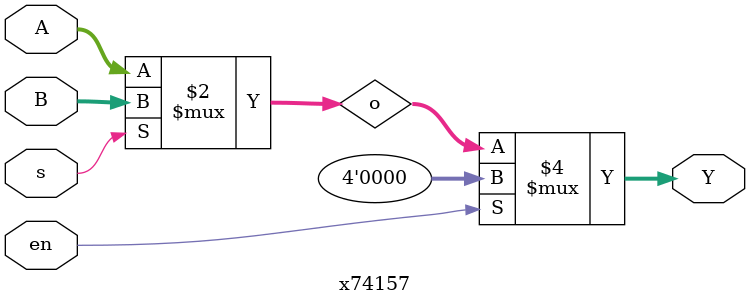
<source format=v>

module x74157(
  input [3:0] A,
  input [3:0] B,
  input s,
  input en,
  output [3:0] Y
);

wire [3:0] o = s == 1'b1 ? B : A;
assign Y = en == 1'b0 ? o : 4'd0;

endmodule

</source>
